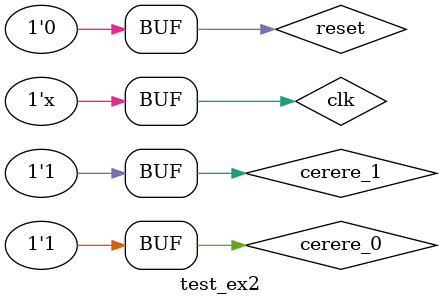
<source format=v>
`timescale 1ns / 1ps

module test_ex2;

        // Inputs
        reg cerere_0;
        reg cerere_1;
        reg reset;
        reg clk;

        // Outputs
        wire grant_0;
        wire grant_1;

        // Instantiate the Unit Under Test (UUT)
        ex2 uut (
                .grant_0(grant_0),
                .grant_1(grant_1),
                .cerere_0(cerere_0),
                .cerere_1(cerere_1),
                .reset(reset),
                .clk(clk)
        );

        always begin
            #1 clk = ~clk;
        end

        initial begin
                // Initialize Inputs
                cerere_0 = 0;
                cerere_1 = 0;
                reset = 1;
                clk = 0;

                // Wait 100 ns for global reset to finish
                #100;

                // Add stimulus here
                reset = 0;

                #10 cerere_0 = 1;
                #10 cerere_1 = 1;
                #10 cerere_1 = 0;
                #10 cerere_0 = 0;

                #10 cerere_0 = 1;
                #10 cerere_0 = 0; cerere_1 = 1;
                #10 cerere_1 = 0;

                #10 cerere_1 = 1;
                #10 cerere_0 = 1;
                #10 cerere_0 = 0;
                #10 cerere_1 = 0;

                #10 cerere_1 = 1;
                #10 cerere_1 = 0; cerere_0 = 1;
                #10 cerere_0 = 0;

                #10; cerere_0 = 1; cerere_1 = 1;
        end
endmodule

</source>
